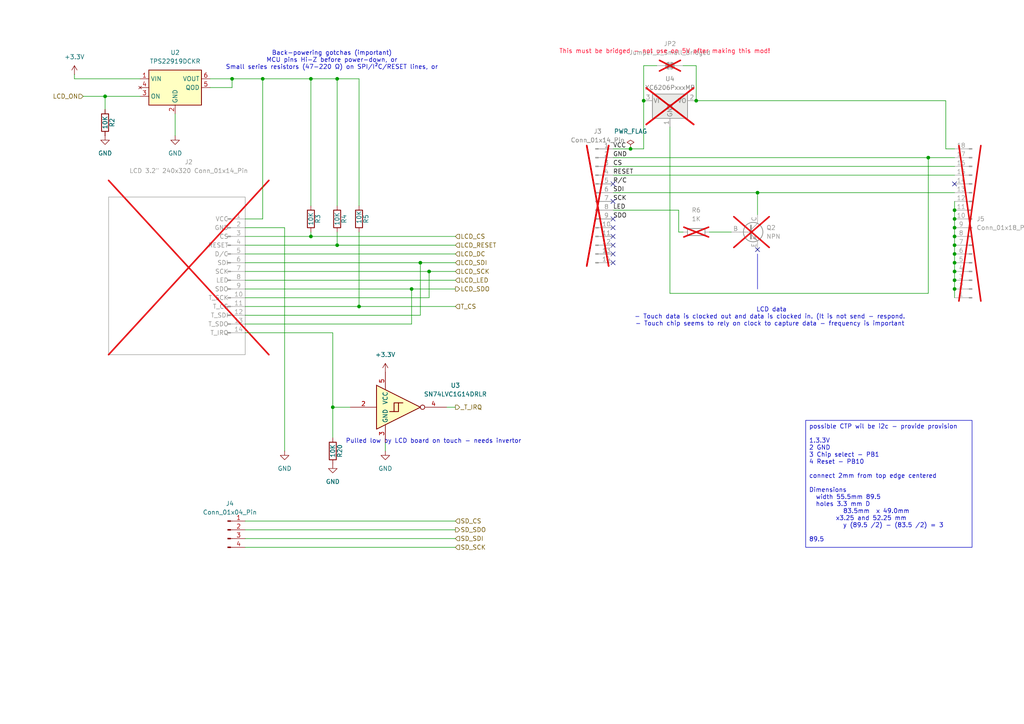
<source format=kicad_sch>
(kicad_sch (version 20250114) (generator "eeschema") (generator_version "9.0")
  (paper "A4")
  (lib_symbols
    (symbol "74xGxx:SN74LVC1G14DRL"
      (property "Reference" "U" (at 0 3.81 0))
      (property "Value" "SN74LVC1G14DRL" (at 0 -3.81 0))
      (symbol "SN74LVC1G14DRL_0_1"
        (polyline (pts (xy -7.62 6.35) (xy -7.62 -6.35) (xy 5.08 0) (xy -7.62 6.35)) (stroke (width 0.254)) (fill (type background)))
      )
      (symbol "SN74LVC1G14DRL_1_1"
        (polyline (pts (xy -3.81 -1.27) (xy -1.27 -1.27) (xy -1.27 1.27)) (stroke (width 0.254)))
        (polyline (pts (xy -2.54 -1.27) (xy -2.54 1.27) (xy 0 1.27)) (stroke (width 0.254)))
        (pin input line (at -15.24 0 0) (length 7.62) (name "~") (number "2"))
        (pin no_connect line (at -7.62 5.08 180) (length 5.08) (hide yes) (name "NC") (number "1"))
        (pin power_in line (at -5.08 10.16 270) (length 5.08) (name "VCC") (number "5"))
        (pin power_in line (at -5.08 -10.16 90) (length 5.08) (name "GND") (number "3"))
        (pin output inverted (at 12.7 0 180) (length 7.62) (name "~") (number "4"))
      )
    )
    (symbol "Connector:Conn_01x04_Pin" (pin_names (offset 1.016) (hide yes))
      (property "Reference" "J" (at 0 5.08 0))
      (property "Value" "Conn_01x04_Pin" (at 0 -7.62 0))
      (symbol "Conn_01x04_Pin_1_1"
        (rectangle (start 0.8636 2.667) (end 0 2.413) (stroke (width 0.1524)) (fill (type outline)))
        (rectangle (start 0.8636 0.127) (end 0 -0.127) (stroke (width 0.1524)) (fill (type outline)))
        (rectangle (start 0.8636 -2.413) (end 0 -2.667) (stroke (width 0.1524)) (fill (type outline)))
        (rectangle (start 0.8636 -4.953) (end 0 -5.207) (stroke (width 0.1524)) (fill (type outline)))
        (polyline (pts (xy 1.27 2.54) (xy 0.8636 2.54)) (stroke (width 0.1524)))
        (polyline (pts (xy 1.27 0) (xy 0.8636 0)) (stroke (width 0.1524)))
        (polyline (pts (xy 1.27 -2.54) (xy 0.8636 -2.54)) (stroke (width 0.1524)))
        (polyline (pts (xy 1.27 -5.08) (xy 0.8636 -5.08)) (stroke (width 0.1524)))
        (pin passive line (at 5.08 2.54 180) (length 3.81) (name "Pin_1") (number "1"))
        (pin passive line (at 5.08 0 180) (length 3.81) (name "Pin_2") (number "2"))
        (pin passive line (at 5.08 -2.54 180) (length 3.81) (name "Pin_3") (number "3"))
        (pin passive line (at 5.08 -5.08 180) (length 3.81) (name "Pin_4") (number "4"))
      )
    )
    (symbol "Connector:Conn_01x14_Pin" (pin_names (offset 1.016) (hide yes))
      (property "Reference" "J" (at 0 17.78 0))
      (property "Value" "Conn_01x14_Pin" (at 0 -20.32 0))
      (symbol "Conn_01x14_Pin_1_1"
        (rectangle (start 0.8636 15.367) (end 0 15.113) (stroke (width 0.1524)) (fill (type outline)))
        (rectangle (start 0.8636 12.827) (end 0 12.573) (stroke (width 0.1524)) (fill (type outline)))
        (rectangle (start 0.8636 10.287) (end 0 10.033) (stroke (width 0.1524)) (fill (type outline)))
        (rectangle (start 0.8636 7.747) (end 0 7.493) (stroke (width 0.1524)) (fill (type outline)))
        (rectangle (start 0.8636 5.207) (end 0 4.953) (stroke (width 0.1524)) (fill (type outline)))
        (rectangle (start 0.8636 2.667) (end 0 2.413) (stroke (width 0.1524)) (fill (type outline)))
        (rectangle (start 0.8636 0.127) (end 0 -0.127) (stroke (width 0.1524)) (fill (type outline)))
        (rectangle (start 0.8636 -2.413) (end 0 -2.667) (stroke (width 0.1524)) (fill (type outline)))
        (rectangle (start 0.8636 -4.953) (end 0 -5.207) (stroke (width 0.1524)) (fill (type outline)))
        (rectangle (start 0.8636 -7.493) (end 0 -7.747) (stroke (width 0.1524)) (fill (type outline)))
        (rectangle (start 0.8636 -10.033) (end 0 -10.287) (stroke (width 0.1524)) (fill (type outline)))
        (rectangle (start 0.8636 -12.573) (end 0 -12.827) (stroke (width 0.1524)) (fill (type outline)))
        (rectangle (start 0.8636 -15.113) (end 0 -15.367) (stroke (width 0.1524)) (fill (type outline)))
        (rectangle (start 0.8636 -17.653) (end 0 -17.907) (stroke (width 0.1524)) (fill (type outline)))
        (polyline (pts (xy 1.27 15.24) (xy 0.8636 15.24)) (stroke (width 0.1524)))
        (polyline (pts (xy 1.27 12.7) (xy 0.8636 12.7)) (stroke (width 0.1524)))
        (polyline (pts (xy 1.27 10.16) (xy 0.8636 10.16)) (stroke (width 0.1524)))
        (polyline (pts (xy 1.27 7.62) (xy 0.8636 7.62)) (stroke (width 0.1524)))
        (polyline (pts (xy 1.27 5.08) (xy 0.8636 5.08)) (stroke (width 0.1524)))
        (polyline (pts (xy 1.27 2.54) (xy 0.8636 2.54)) (stroke (width 0.1524)))
        (polyline (pts (xy 1.27 0) (xy 0.8636 0)) (stroke (width 0.1524)))
        (polyline (pts (xy 1.27 -2.54) (xy 0.8636 -2.54)) (stroke (width 0.1524)))
        (polyline (pts (xy 1.27 -5.08) (xy 0.8636 -5.08)) (stroke (width 0.1524)))
        (polyline (pts (xy 1.27 -7.62) (xy 0.8636 -7.62)) (stroke (width 0.1524)))
        (polyline (pts (xy 1.27 -10.16) (xy 0.8636 -10.16)) (stroke (width 0.1524)))
        (polyline (pts (xy 1.27 -12.7) (xy 0.8636 -12.7)) (stroke (width 0.1524)))
        (polyline (pts (xy 1.27 -15.24) (xy 0.8636 -15.24)) (stroke (width 0.1524)))
        (polyline (pts (xy 1.27 -17.78) (xy 0.8636 -17.78)) (stroke (width 0.1524)))
        (pin passive line (at 5.08 15.24 180) (length 3.81) (name "Pin_1") (number "1"))
        (pin passive line (at 5.08 12.7 180) (length 3.81) (name "Pin_2") (number "2"))
        (pin passive line (at 5.08 10.16 180) (length 3.81) (name "Pin_3") (number "3"))
        (pin passive line (at 5.08 7.62 180) (length 3.81) (name "Pin_4") (number "4"))
        (pin passive line (at 5.08 5.08 180) (length 3.81) (name "Pin_5") (number "5"))
        (pin passive line (at 5.08 2.54 180) (length 3.81) (name "Pin_6") (number "6"))
        (pin passive line (at 5.08 0 180) (length 3.81) (name "Pin_7") (number "7"))
        (pin passive line (at 5.08 -2.54 180) (length 3.81) (name "Pin_8") (number "8"))
        (pin passive line (at 5.08 -5.08 180) (length 3.81) (name "Pin_9") (number "9"))
        (pin passive line (at 5.08 -7.62 180) (length 3.81) (name "Pin_10") (number "10"))
        (pin passive line (at 5.08 -10.16 180) (length 3.81) (name "Pin_11") (number "11"))
        (pin passive line (at 5.08 -12.7 180) (length 3.81) (name "Pin_12") (number "12"))
        (pin passive line (at 5.08 -15.24 180) (length 3.81) (name "Pin_13") (number "13"))
        (pin passive line (at 5.08 -17.78 180) (length 3.81) (name "Pin_14") (number "14"))
      )
    )
    (symbol "Connector:Conn_01x18_Pin" (pin_names (offset 1.016) (hide yes))
      (property "Reference" "J" (at 0 22.86 0))
      (property "Value" "Conn_01x18_Pin" (at 0 -25.4 0))
      (symbol "Conn_01x18_Pin_1_1"
        (rectangle (start 0.8636 20.447) (end 0 20.193) (stroke (width 0.1524)) (fill (type outline)))
        (rectangle (start 0.8636 17.907) (end 0 17.653) (stroke (width 0.1524)) (fill (type outline)))
        (rectangle (start 0.8636 15.367) (end 0 15.113) (stroke (width 0.1524)) (fill (type outline)))
        (rectangle (start 0.8636 12.827) (end 0 12.573) (stroke (width 0.1524)) (fill (type outline)))
        (rectangle (start 0.8636 10.287) (end 0 10.033) (stroke (width 0.1524)) (fill (type outline)))
        (rectangle (start 0.8636 7.747) (end 0 7.493) (stroke (width 0.1524)) (fill (type outline)))
        (rectangle (start 0.8636 5.207) (end 0 4.953) (stroke (width 0.1524)) (fill (type outline)))
        (rectangle (start 0.8636 2.667) (end 0 2.413) (stroke (width 0.1524)) (fill (type outline)))
        (rectangle (start 0.8636 0.127) (end 0 -0.127) (stroke (width 0.1524)) (fill (type outline)))
        (rectangle (start 0.8636 -2.413) (end 0 -2.667) (stroke (width 0.1524)) (fill (type outline)))
        (rectangle (start 0.8636 -4.953) (end 0 -5.207) (stroke (width 0.1524)) (fill (type outline)))
        (rectangle (start 0.8636 -7.493) (end 0 -7.747) (stroke (width 0.1524)) (fill (type outline)))
        (rectangle (start 0.8636 -10.033) (end 0 -10.287) (stroke (width 0.1524)) (fill (type outline)))
        (rectangle (start 0.8636 -12.573) (end 0 -12.827) (stroke (width 0.1524)) (fill (type outline)))
        (rectangle (start 0.8636 -15.113) (end 0 -15.367) (stroke (width 0.1524)) (fill (type outline)))
        (rectangle (start 0.8636 -17.653) (end 0 -17.907) (stroke (width 0.1524)) (fill (type outline)))
        (rectangle (start 0.8636 -20.193) (end 0 -20.447) (stroke (width 0.1524)) (fill (type outline)))
        (rectangle (start 0.8636 -22.733) (end 0 -22.987) (stroke (width 0.1524)) (fill (type outline)))
        (polyline (pts (xy 1.27 20.32) (xy 0.8636 20.32)) (stroke (width 0.1524)))
        (polyline (pts (xy 1.27 17.78) (xy 0.8636 17.78)) (stroke (width 0.1524)))
        (polyline (pts (xy 1.27 15.24) (xy 0.8636 15.24)) (stroke (width 0.1524)))
        (polyline (pts (xy 1.27 12.7) (xy 0.8636 12.7)) (stroke (width 0.1524)))
        (polyline (pts (xy 1.27 10.16) (xy 0.8636 10.16)) (stroke (width 0.1524)))
        (polyline (pts (xy 1.27 7.62) (xy 0.8636 7.62)) (stroke (width 0.1524)))
        (polyline (pts (xy 1.27 5.08) (xy 0.8636 5.08)) (stroke (width 0.1524)))
        (polyline (pts (xy 1.27 2.54) (xy 0.8636 2.54)) (stroke (width 0.1524)))
        (polyline (pts (xy 1.27 0) (xy 0.8636 0)) (stroke (width 0.1524)))
        (polyline (pts (xy 1.27 -2.54) (xy 0.8636 -2.54)) (stroke (width 0.1524)))
        (polyline (pts (xy 1.27 -5.08) (xy 0.8636 -5.08)) (stroke (width 0.1524)))
        (polyline (pts (xy 1.27 -7.62) (xy 0.8636 -7.62)) (stroke (width 0.1524)))
        (polyline (pts (xy 1.27 -10.16) (xy 0.8636 -10.16)) (stroke (width 0.1524)))
        (polyline (pts (xy 1.27 -12.7) (xy 0.8636 -12.7)) (stroke (width 0.1524)))
        (polyline (pts (xy 1.27 -15.24) (xy 0.8636 -15.24)) (stroke (width 0.1524)))
        (polyline (pts (xy 1.27 -17.78) (xy 0.8636 -17.78)) (stroke (width 0.1524)))
        (polyline (pts (xy 1.27 -20.32) (xy 0.8636 -20.32)) (stroke (width 0.1524)))
        (polyline (pts (xy 1.27 -22.86) (xy 0.8636 -22.86)) (stroke (width 0.1524)))
        (pin passive line (at 5.08 20.32 180) (length 3.81) (name "Pin_1") (number "1"))
        (pin passive line (at 5.08 17.78 180) (length 3.81) (name "Pin_2") (number "2"))
        (pin passive line (at 5.08 15.24 180) (length 3.81) (name "Pin_3") (number "3"))
        (pin passive line (at 5.08 12.7 180) (length 3.81) (name "Pin_4") (number "4"))
        (pin passive line (at 5.08 10.16 180) (length 3.81) (name "Pin_5") (number "5"))
        (pin passive line (at 5.08 7.62 180) (length 3.81) (name "Pin_6") (number "6"))
        (pin passive line (at 5.08 5.08 180) (length 3.81) (name "Pin_7") (number "7"))
        (pin passive line (at 5.08 2.54 180) (length 3.81) (name "Pin_8") (number "8"))
        (pin passive line (at 5.08 0 180) (length 3.81) (name "Pin_9") (number "9"))
        (pin passive line (at 5.08 -2.54 180) (length 3.81) (name "Pin_10") (number "10"))
        (pin passive line (at 5.08 -5.08 180) (length 3.81) (name "Pin_11") (number "11"))
        (pin passive line (at 5.08 -7.62 180) (length 3.81) (name "Pin_12") (number "12"))
        (pin passive line (at 5.08 -10.16 180) (length 3.81) (name "Pin_13") (number "13"))
        (pin passive line (at 5.08 -12.7 180) (length 3.81) (name "Pin_14") (number "14"))
        (pin passive line (at 5.08 -15.24 180) (length 3.81) (name "Pin_15") (number "15"))
        (pin passive line (at 5.08 -17.78 180) (length 3.81) (name "Pin_16") (number "16"))
        (pin passive line (at 5.08 -20.32 180) (length 3.81) (name "Pin_17") (number "17"))
        (pin passive line (at 5.08 -22.86 180) (length 3.81) (name "Pin_18") (number "18"))
      )
    )
    (symbol "Jumper:SolderJumper_2_Bridged" (pin_numbers (hide yes)) (pin_names (offset 0) (hide yes)) (in_bom no)
      (property "Reference" "JP" (at 0 2.032 0))
      (property "Value" "SolderJumper_2_Bridged" (at 0 -2.54 0))
      (symbol "SolderJumper_2_Bridged_0_1"
        (rectangle (start -0.508 0.508) (end 0.508 -0.508) (fill (type outline)))
        (polyline (pts (xy -0.254 1.016) (xy -0.254 -1.016)))
        (arc (start -0.254 -1.016) (mid -1.2656 0) (end -0.254 1.016))
        (arc (start -0.254 -1.016) (mid -1.2656 0) (end -0.254 1.016) (fill (type outline)))
        (arc (start 0.254 1.016) (mid 1.2656 0) (end 0.254 -1.016))
        (arc (start 0.254 1.016) (mid 1.2656 0) (end 0.254 -1.016) (fill (type outline)))
        (polyline (pts (xy 0.254 1.016) (xy 0.254 -1.016)))
      )
      (symbol "SolderJumper_2_Bridged_1_1"
        (pin passive line (at -3.81 0 0) (length 2.54) (name "A") (number "1"))
        (pin passive line (at 3.81 0 180) (length 2.54) (name "B") (number "2"))
      )
    )
    (symbol "Regulator_Linear:XC6206PxxxMR" (pin_names (offset 0.254))
      (property "Reference" "U" (at -3.81 3.175 0))
      (property "Value" "XC6206PxxxMR" (at 0 3.175 0))
      (symbol "XC6206PxxxMR_0_1"
        (rectangle (start -5.08 1.905) (end 5.08 -5.08) (stroke (width 0.254)) (fill (type background)))
      )
      (symbol "XC6206PxxxMR_1_1"
        (pin power_in line (at -7.62 0 0) (length 2.54) (name "VI") (number "3"))
        (pin power_in line (at 0 -7.62 90) (length 2.54) (name "GND") (number "1"))
        (pin power_out line (at 7.62 0 180) (length 2.54) (name "VO") (number "2"))
      )
    )
    (symbol "Simulation_SPICE:NPN" (pin_numbers (hide yes)) (pin_names (offset 0))
      (property "Reference" "Q" (at -2.54 7.62 0))
      (property "Value" "NPN" (at -2.54 5.08 0))
      (symbol "NPN_0_1"
        (polyline (pts (xy -2.54 0) (xy 0.635 0)) (stroke (width 0.1524)))
        (polyline (pts (xy 0.635 1.905) (xy 0.635 -1.905) (xy 0.635 -1.905)) (stroke (width 0.508)))
        (polyline (pts (xy 0.635 0.635) (xy 2.54 2.54)))
        (polyline (pts (xy 0.635 -0.635) (xy 2.54 -2.54) (xy 2.54 -2.54)))
        (circle (center 1.27 0) (radius 2.8194) (stroke (width 0.254)))
        (polyline (pts (xy 1.27 -1.778) (xy 1.778 -1.27) (xy 2.286 -2.286) (xy 1.27 -1.778) (xy 1.27 -1.778)) (fill (type outline)))
        (polyline (pts (xy 2.794 -1.27) (xy 2.794 -1.27)) (stroke (width 0.1524)))
        (polyline (pts (xy 2.794 -1.27) (xy 2.794 -1.27)) (stroke (width 0.1524)))
      )
      (symbol "NPN_1_1"
        (pin input line (at -5.08 0 0) (length 2.54) (name "B") (number "2"))
        (pin open_collector line (at 2.54 5.08 270) (length 2.54) (name "C") (number "1"))
        (pin open_emitter line (at 2.54 -5.08 90) (length 2.54) (name "E") (number "3"))
      )
    )
    (symbol "dnt_global:LCD_3.2{dblquote}_240x320_Conn_01x14_Pin" (pin_names (offset 1.016))
      (property "Reference" "J2" (at 0.635 20.32 0))
      (property "Value" "LCD 3.2\" 240x320 Conn_01x14_Pin" (at 0.635 17.78 0))
      (symbol "LCD_3.2{dblquote}_240x320_Conn_01x14_Pin_0_1"
        (rectangle (start -34.544 21.59) (end 5.08 -24.13))
        (rectangle (start 11.938 26.416) (end 11.938 26.416))
        (rectangle (start 11.938 26.416) (end 11.938 26.416))
      )
      (symbol "LCD_3.2{dblquote}_240x320_Conn_01x14_Pin_1_1"
        (rectangle (start 0.8636 15.367) (end 0 15.113) (stroke (width 0.1524)) (fill (type outline)))
        (rectangle (start 0.8636 12.827) (end 0 12.573) (stroke (width 0.1524)) (fill (type outline)))
        (rectangle (start 0.8636 10.287) (end 0 10.033) (stroke (width 0.1524)) (fill (type outline)))
        (rectangle (start 0.8636 7.747) (end 0 7.493) (stroke (width 0.1524)) (fill (type outline)))
        (rectangle (start 0.8636 5.207) (end 0 4.953) (stroke (width 0.1524)) (fill (type outline)))
        (rectangle (start 0.8636 2.667) (end 0 2.413) (stroke (width 0.1524)) (fill (type outline)))
        (rectangle (start 0.8636 0.127) (end 0 -0.127) (stroke (width 0.1524)) (fill (type outline)))
        (rectangle (start 0.8636 -2.413) (end 0 -2.667) (stroke (width 0.1524)) (fill (type outline)))
        (rectangle (start 0.8636 -4.953) (end 0 -5.207) (stroke (width 0.1524)) (fill (type outline)))
        (rectangle (start 0.8636 -7.493) (end 0 -7.747) (stroke (width 0.1524)) (fill (type outline)))
        (rectangle (start 0.8636 -10.033) (end 0 -10.287) (stroke (width 0.1524)) (fill (type outline)))
        (rectangle (start 0.8636 -12.573) (end 0 -12.827) (stroke (width 0.1524)) (fill (type outline)))
        (rectangle (start 0.8636 -15.113) (end 0 -15.367) (stroke (width 0.1524)) (fill (type outline)))
        (rectangle (start 0.8636 -17.653) (end 0 -17.907) (stroke (width 0.1524)) (fill (type outline)))
        (polyline (pts (xy 1.27 15.24) (xy 0.8636 15.24)) (stroke (width 0.1524)))
        (polyline (pts (xy 1.27 12.7) (xy 0.8636 12.7)) (stroke (width 0.1524)))
        (polyline (pts (xy 1.27 10.16) (xy 0.8636 10.16)) (stroke (width 0.1524)))
        (polyline (pts (xy 1.27 7.62) (xy 0.8636 7.62)) (stroke (width 0.1524)))
        (polyline (pts (xy 1.27 5.08) (xy 0.8636 5.08)) (stroke (width 0.1524)))
        (polyline (pts (xy 1.27 2.54) (xy 0.8636 2.54)) (stroke (width 0.1524)))
        (polyline (pts (xy 1.27 0) (xy 0.8636 0)) (stroke (width 0.1524)))
        (polyline (pts (xy 1.27 -2.54) (xy 0.8636 -2.54)) (stroke (width 0.1524)))
        (polyline (pts (xy 1.27 -5.08) (xy 0.8636 -5.08)) (stroke (width 0.1524)))
        (polyline (pts (xy 1.27 -7.62) (xy 0.8636 -7.62)) (stroke (width 0.1524)))
        (polyline (pts (xy 1.27 -10.16) (xy 0.8636 -10.16)) (stroke (width 0.1524)))
        (polyline (pts (xy 1.27 -12.7) (xy 0.8636 -12.7)) (stroke (width 0.1524)))
        (polyline (pts (xy 1.27 -15.24) (xy 0.8636 -15.24)) (stroke (width 0.1524)))
        (polyline (pts (xy 1.27 -17.78) (xy 0.8636 -17.78)) (stroke (width 0.1524)))
        (pin power_in line (at 5.08 15.24 180) (length 3.81) (name "VCC") (number "1"))
        (pin power_in line (at 5.08 12.7 180) (length 3.81) (name "GND") (number "2"))
        (pin input line (at 5.08 10.16 180) (length 3.81) (name "CS") (number "3"))
        (pin input line (at 5.08 7.62 180) (length 3.81) (name "RESET") (number "4"))
        (pin input line (at 5.08 5.08 180) (length 3.81) (name "D/C") (number "5"))
        (pin input line (at 5.08 2.54 180) (length 3.81) (name "SDI") (number "6"))
        (pin input line (at 5.08 0 180) (length 3.81) (name "SCK") (number "7"))
        (pin input line (at 5.08 -2.54 180) (length 3.81) (name "LED") (number "8"))
        (pin tri_state line (at 5.08 -5.08 180) (length 3.81) (name "SDO") (number "9"))
        (pin input line (at 5.08 -7.62 180) (length 3.81) (name "T_SCK") (number "10"))
        (pin input line (at 5.08 -10.16 180) (length 3.81) (name "T_CS") (number "11"))
        (pin input line (at 5.08 -12.7 180) (length 3.81) (name "T_SDI") (number "12"))
        (pin tri_state line (at 5.08 -15.24 180) (length 3.81) (name "T_SDO") (number "13"))
        (pin output line (at 5.08 -17.78 180) (length 3.81) (name "T_IRQ") (number "14"))
      )
    )
    (symbol "dnt_global:Resistor_0402,10kΩ" (pin_numbers (hide yes)) (pin_names (offset 0))
      (property "Reference" "R" (at 1.778 0 0))
      (property "Value" "10kΩ" (at 0 0 90))
      (symbol "Resistor_0402,10kΩ_0_1"
        (rectangle (start -1.016 2.54) (end 1.016 -2.54) (stroke (width 0.254)))
      )
      (symbol "Resistor_0402,10kΩ_1_1"
        (pin passive line (at 0 3.81 270) (length 1.27) (name "~") (number "1"))
        (pin passive line (at 0 -3.81 90) (length 1.27) (name "~") (number "2"))
      )
    )
    (symbol "dnt_global:TPS22919DCKR"
      (property "Reference" "U" (at -6.35 6.35 0))
      (property "Value" "TPS22919DCKR" (at 2.54 6.35 0))
      (symbol "TPS22919DCKR_0_1"
        (rectangle (start -7.62 5.08) (end 7.62 -5.08) (stroke (width 0.254)) (fill (type background)))
      )
      (symbol "TPS22919DCKR_1_1"
        (pin power_in line (at -10.16 2.54 0) (length 2.54) (name "VIN") (number "1"))
        (pin no_connect line (at -10.16 0 0) (length 2.54) (name "") (number "4"))
        (pin input line (at -10.16 -2.54 0) (length 2.54) (name "ON") (number "3"))
        (pin power_in line (at 0 -7.62 90) (length 2.54) (name "GND") (number "2"))
        (pin power_out line (at 10.16 2.54 180) (length 2.54) (name "VOUT") (number "6"))
        (pin passive line (at 10.16 0 180) (length 2.54) (name "QOD") (number "5"))
      )
    )
    (symbol "power:+3.3V" (power) (pin_numbers (hide yes)) (pin_names (offset 0) (hide yes))
      (property "Value" "+3.3V" (at 0 3.556 0))
      (symbol "+3.3V_0_1"
        (polyline (pts (xy -0.762 1.27) (xy 0 2.54)))
        (polyline (pts (xy 0 2.54) (xy 0.762 1.27)))
        (polyline (pts (xy 0 0) (xy 0 2.54)))
      )
      (symbol "+3.3V_1_1"
        (pin power_in line (at 0 0 90) (length 0) (name "~") (number "1"))
      )
    )
    (symbol "power:GND" (power) (pin_numbers (hide yes)) (pin_names (offset 0) (hide yes))
      (property "Value" "GND" (at 0 -3.81 0))
      (symbol "GND_0_1"
        (polyline (pts (xy 0 0) (xy 0 -1.27) (xy 1.27 -1.27) (xy 0 -2.54) (xy -1.27 -1.27) (xy 0 -1.27)))
      )
      (symbol "GND_1_1"
        (pin power_in line (at 0 0 270) (length 0) (name "~") (number "1"))
      )
    )
    (symbol "power:PWR_FLAG" (power) (pin_numbers (hide yes)) (pin_names (offset 0) (hide yes))
      (property "Value" "PWR_FLAG" (at 0 3.81 0))
      (symbol "PWR_FLAG_0_0"
        (pin power_out line (at 0 0 90) (length 0) (name "~") (number "1"))
      )
      (symbol "PWR_FLAG_0_1"
        (polyline (pts (xy 0 0) (xy 0 1.27) (xy -1.016 1.905) (xy 0 2.54) (xy 1.016 1.905) (xy 0 1.27)))
      )
    )
  )
  (text "Back-powering gotchas (important)\nMCU pins Hi-Z before power-down, or\nSmall series resistors (47-220 Ω) on SPI/I²C/RESET lines, or\n" (at 96.266 17.526 0) (effects (font (size 1.27 1.27))))
  (text "Pulled low by LCD board on touch - needs invertor " (at 126.238 128.016 0) (effects (font (size 1.27 1.27))))
  (text "LCD data\n- Touch data is clocked out and data is clocked in. (It is not send - respond. \n- Touch chip seems to rely on clock to capture data - frequency is important " (at 223.774 91.948 0) (effects (font (size 1.27 1.27))))
  (text "This must be bridged - not use on 5V after making this mod!" (at 192.786 14.986 0) (effects (font (size 1.27 1.27))))
  (text_box "possible CTP wil be i2c - provide provision\n\n1.3.3V\n2 GND \n3 Chip select - PB1\n4 Reset - PB10\n\nconnect 2mm from top edge centered \n\nDimensions \n  width 55.5mm 89.5 \n  holes 3.3 mm D  \n  		83.5mm  x 49.0mm\n        x3.25 and 52.25 mm\n		y (89.5 /2) - (83.5 /2) = 3 \n\n89.5\n" (at 233.68 121.92 0) (size 48.26 36.83) (margins 0.9525 0.9525 0.9525 0.9525) (effects (font (size 1.27 1.27)) (justify left top)))
  (junction (at 276.86 76.2))
  (junction (at 276.86 78.74))
  (junction (at 96.52 118.11))
  (junction (at 276.86 83.82))
  (junction (at 276.86 60.96))
  (junction (at 186.69 29.21))
  (junction (at 121.92 76.2))
  (junction (at 276.86 81.28))
  (junction (at 276.86 73.66))
  (junction (at 30.48 27.94))
  (junction (at 97.79 22.86))
  (junction (at 269.24 45.72))
  (junction (at 219.71 55.88))
  (junction (at 76.2 22.86))
  (junction (at 67.31 22.86))
  (junction (at 104.14 88.9))
  (junction (at 182.88 43.18))
  (junction (at 97.79 71.12))
  (junction (at 90.17 22.86))
  (junction (at 119.38 83.82))
  (junction (at 276.86 68.58))
  (junction (at 124.46 78.74))
  (junction (at 276.86 66.04))
  (junction (at 276.86 71.12))
  (junction (at 276.86 63.5))
  (junction (at 90.17 68.58))
  (junction (at 201.93 29.21))
  (no_connect (at 177.8 63.5))
  (no_connect (at 219.71 72.39))
  (no_connect (at 177.8 68.58))
  (no_connect (at 177.8 53.34))
  (no_connect (at 276.86 53.34))
  (no_connect (at 177.8 73.66))
  (no_connect (at 177.8 66.04))
  (no_connect (at 177.8 76.2))
  (no_connect (at 177.8 71.12))
  (no_connect (at 177.8 58.42))
  (wire (pts (xy 50.8 39.37) (xy 50.8 33.02)))
  (wire (pts (xy 90.17 67.31) (xy 90.17 68.58)))
  (wire (pts (xy 71.12 78.74) (xy 124.46 78.74)))
  (wire (pts (xy 186.69 29.21) (xy 186.69 43.18)))
  (wire (pts (xy 177.8 43.18) (xy 182.88 43.18)))
  (wire (pts (xy 67.31 25.4) (xy 67.31 22.86)))
  (wire (pts (xy 71.12 158.75) (xy 132.08 158.75)))
  (wire (pts (xy 71.12 63.5) (xy 76.2 63.5)))
  (wire (pts (xy 177.8 50.8) (xy 276.86 50.8)))
  (wire (pts (xy 90.17 59.69) (xy 90.17 22.86)))
  (wire (pts (xy 219.71 55.88) (xy 276.86 55.88)))
  (wire (pts (xy 274.32 43.18) (xy 276.86 43.18)))
  (wire (pts (xy 71.12 68.58) (xy 90.17 68.58)))
  (wire (pts (xy 90.17 22.86) (xy 97.79 22.86)))
  (wire (pts (xy 101.6 118.11) (xy 96.52 118.11)))
  (wire (pts (xy 276.86 58.42) (xy 276.86 60.96)))
  (wire (pts (xy 71.12 88.9) (xy 104.14 88.9)))
  (wire (pts (xy 276.86 76.2) (xy 276.86 78.74)))
  (wire (pts (xy 40.64 22.86) (xy 21.59 22.86)))
  (wire (pts (xy 71.12 156.21) (xy 132.08 156.21)))
  (wire (pts (xy 71.12 76.2) (xy 121.92 76.2)))
  (wire (pts (xy 177.8 55.88) (xy 219.71 55.88)))
  (wire (pts (xy 124.46 78.74) (xy 132.08 78.74)))
  (wire (pts (xy 276.86 78.74) (xy 276.86 81.28)))
  (wire (pts (xy 90.17 68.58) (xy 132.08 68.58)))
  (wire (pts (xy 194.31 85.09) (xy 269.24 85.09)))
  (wire (pts (xy 96.52 96.52) (xy 96.52 118.11)))
  (wire (pts (xy 276.86 68.58) (xy 276.86 71.12)))
  (wire (pts (xy 124.46 86.36) (xy 124.46 78.74)))
  (wire (pts (xy 67.31 22.86) (xy 76.2 22.86)))
  (wire (pts (xy 97.79 67.31) (xy 97.79 71.12)))
  (wire (pts (xy 104.14 67.31) (xy 104.14 88.9)))
  (wire (pts (xy 71.12 83.82) (xy 119.38 83.82)))
  (wire (pts (xy 205.74 67.31) (xy 212.09 67.31)))
  (wire (pts (xy 96.52 96.52) (xy 71.12 96.52)))
  (wire (pts (xy 177.8 45.72) (xy 269.24 45.72)))
  (wire (pts (xy 60.96 25.4) (xy 67.31 25.4)))
  (wire (pts (xy 71.12 153.67) (xy 132.08 153.67)))
  (wire (pts (xy 71.12 73.66) (xy 132.08 73.66)))
  (wire (pts (xy 196.85 60.96) (xy 177.8 60.96)))
  (wire (pts (xy 269.24 45.72) (xy 276.86 45.72)))
  (wire (pts (xy 71.12 91.44) (xy 121.92 91.44)))
  (wire (pts (xy 71.12 93.98) (xy 119.38 93.98)))
  (wire (pts (xy 24.13 27.94) (xy 30.48 27.94)))
  (wire (pts (xy 276.86 83.82) (xy 276.86 86.36)))
  (wire (pts (xy 71.12 66.04) (xy 82.55 66.04)))
  (wire (pts (xy 177.8 48.26) (xy 276.86 48.26)))
  (wire (pts (xy 111.76 130.81) (xy 111.76 128.27)))
  (wire (pts (xy 60.96 22.86) (xy 67.31 22.86)))
  (wire (pts (xy 96.52 118.11) (xy 96.52 127)))
  (wire (pts (xy 201.93 29.21) (xy 274.32 29.21)))
  (wire (pts (xy 97.79 22.86) (xy 97.79 59.69)))
  (wire (pts (xy 276.86 71.12) (xy 276.86 73.66)))
  (wire (pts (xy 276.86 66.04) (xy 276.86 68.58)))
  (wire (pts (xy 196.85 67.31) (xy 196.85 60.96)))
  (wire (pts (xy 76.2 22.86) (xy 76.2 63.5)))
  (wire (pts (xy 104.14 88.9) (xy 132.08 88.9)))
  (wire (pts (xy 276.86 63.5) (xy 276.86 66.04)))
  (wire (pts (xy 201.93 19.05) (xy 201.93 29.21)))
  (wire (pts (xy 71.12 81.28) (xy 132.08 81.28)))
  (wire (pts (xy 76.2 22.86) (xy 90.17 22.86)))
  (wire (pts (xy 186.69 19.05) (xy 186.69 29.21)))
  (wire (pts (xy 276.86 81.28) (xy 276.86 83.82)))
  (wire (pts (xy 121.92 76.2) (xy 121.92 91.44)))
  (wire (pts (xy 71.12 71.12) (xy 97.79 71.12)))
  (polyline (pts (xy 219.71 73.66) (xy 219.71 83.82)))
  (wire (pts (xy 198.12 19.05) (xy 201.93 19.05)))
  (wire (pts (xy 182.88 43.18) (xy 186.69 43.18)))
  (wire (pts (xy 119.38 83.82) (xy 119.38 93.98)))
  (wire (pts (xy 276.86 73.66) (xy 276.86 76.2)))
  (wire (pts (xy 104.14 59.69) (xy 104.14 22.86)))
  (wire (pts (xy 104.14 22.86) (xy 97.79 22.86)))
  (wire (pts (xy 71.12 151.13) (xy 132.08 151.13)))
  (wire (pts (xy 97.79 71.12) (xy 132.08 71.12)))
  (wire (pts (xy 30.48 27.94) (xy 40.64 27.94)))
  (wire (pts (xy 21.59 21.59) (xy 21.59 22.86)))
  (wire (pts (xy 219.71 62.23) (xy 219.71 55.88)))
  (wire (pts (xy 274.32 29.21) (xy 274.32 43.18)))
  (wire (pts (xy 269.24 45.72) (xy 269.24 85.09)))
  (wire (pts (xy 194.31 36.83) (xy 194.31 85.09)))
  (wire (pts (xy 276.86 60.96) (xy 276.86 63.5)))
  (wire (pts (xy 186.69 19.05) (xy 190.5 19.05)))
  (wire (pts (xy 121.92 76.2) (xy 132.08 76.2)))
  (wire (pts (xy 129.54 118.11) (xy 132.08 118.11)))
  (wire (pts (xy 82.55 130.81) (xy 82.55 66.04)))
  (wire (pts (xy 196.85 67.31) (xy 198.12 67.31)))
  (wire (pts (xy 119.38 83.82) (xy 132.08 83.82)))
  (wire (pts (xy 30.48 31.75) (xy 30.48 27.94)))
  (wire (pts (xy 71.12 86.36) (xy 124.46 86.36)))
  (label "SDI" (at 177.8 55.88 0))
  (label "SCK" (at 177.8 58.42 0))
  (label "GND" (at 177.8 45.72 0))
  (label "R{slash}C" (at 177.8 53.34 0))
  (label "RESET" (at 177.8 50.8 0))
  (label "SDO" (at 177.8 63.5 0))
  (label "LED" (at 177.8 60.96 0))
  (label "VCC" (at 177.8 43.18 0))
  (label "CS" (at 177.8 48.26 0))
  (hierarchical_label "LCD_SDI" (shape input) (at 132.08 76.2 0))
  (hierarchical_label "LCD_LED" (shape input) (at 132.08 81.28 0))
  (hierarchical_label "T_CS" (shape input) (at 132.08 88.9 0))
  (hierarchical_label "LCD_ON" (shape input) (at 24.13 27.94 180))
  (hierarchical_label "_T_IRQ" (shape output) (at 132.08 118.11 0))
  (hierarchical_label "LCD_DC" (shape input) (at 132.08 73.66 0))
  (hierarchical_label "LCD_SDO" (shape output) (at 132.08 83.82 0))
  (hierarchical_label "SD_SDI" (shape input) (at 132.08 156.21 0))
  (hierarchical_label "LCD_SCK" (shape input) (at 132.08 78.74 0))
  (hierarchical_label "SD_SDO" (shape output) (at 132.08 153.67 0))
  (hierarchical_label "LCD_RESET" (shape input) (at 132.08 71.12 0))
  (hierarchical_label "SD_SCK" (shape input) (at 132.08 158.75 0))
  (hierarchical_label "SD_CS" (shape input) (at 132.08 151.13 0))
  (hierarchical_label "LCD_CS" (shape input) (at 132.08 68.58 0))
  (symbol (lib_id "Connector:Conn_01x18_Pin") (at 281.94 66.04 180) (unit 1) (in_bom no) (on_board no) (dnp yes)
    (property "Reference" "J5" (at 283.21 63.4999 0) (effects (justify right)))
    (property "Value" "Conn_01x18_Pin" (at 283.21 66.0399 0) (effects (justify right)))
    (property "Footprint" "Connector_PinHeader_2.54mm:PinHeader_1x18_P2.54mm_Vertical" (effects (hide yes)))
    (property "Description" "Generic connector, single row, 01x18, script generated" (effects (hide yes)))
  )
  (symbol (lib_id "power:GND") (at 111.76 130.81 0) (unit 1)
    (property "Reference" "#PWR06" (effects (hide yes)))
    (property "Value" "GND" (at 111.76 135.89 0))
    (property "Description" "Power symbol creates a global label with name \"GND\" , ground" (effects (hide yes)))
  )
  (symbol (lib_id "Connector:Conn_01x14_Pin") (at 172.72 58.42 0) (unit 1) (exclude_from_sim yes) (in_bom no) (on_board no) (dnp yes)
    (property "Reference" "J3" (at 173.355 38.1 0))
    (property "Value" "Conn_01x14_Pin" (at 173.355 40.64 0))
    (property "Footprint" "Connector_PinHeader_2.54mm:PinHeader_1x14_P2.54mm_Vertical" (effects (hide yes)))
    (property "Description" "Generic connector, single row, 01x14, script generated" (effects (hide yes)))
  )
  (symbol (lib_id "dnt_global:Resistor_0402,10kΩ") (at 104.14 63.5 0) (mirror x) (unit 1)
    (property "Reference" "R5" (at 106.172 63.5 90))
    (property "Value" "10K" (at 104.14 62.992 90))
    (property "Footprint" "PCM_JLCPCB:R_0402" (effects (hide yes)))
    (property "Datasheet" "https://www.lcsc.com/datasheet/lcsc_datasheet_2411221126_UNI-ROYAL-Uniroyal-Elec-0402WGF1002TCE_C25744.pdf" (effects (hide yes)))
    (property "Description" "62.5mW Thick Film Resistors 50V ±100ppm/°C ±1% 10kΩ 0402 Chip Resistor - Surface Mount ROHS" (effects (hide yes)))
    (property "Manufacturer" "UNI-ROYAL(Uniroyal Elec)" (effects (hide yes)))
    (property "LCSC" "C25744" (effects (hide yes)))
    (property "Stock" "24372091" (effects (hide yes)))
    (property "Price" "0.004USD" (effects (hide yes)))
    (property "Process" "SMT" (effects (hide yes)))
    (property "Minimum Qty" "20" (effects (hide yes)))
    (property "Attrition Qty" "10" (effects (hide yes)))
    (property "Class" "Basic Component" (effects (hide yes)))
    (property "Category" "Resistors,Chip Resistor - Surface Mount" (effects (hide yes)))
    (property "Part" "0402WGF1002TCE" (effects (hide yes)))
    (property "Resistance" "10kΩ" (effects (hide yes)))
    (property "Power(Watts)" "62.5mW" (effects (hide yes)))
    (property "Type" "Thick Film Resistors" (effects (hide yes)))
    (property "Overload Voltage (Max)" "50V" (effects (hide yes)))
    (property "Operating Temperature Range" "-55°C~+155°C" (effects (hide yes)))
    (property "Tolerance" "±1%" (effects (hide yes)))
    (property "Temperature Coefficient" "±100ppm/°C" (effects (hide yes)))
  )
  (symbol (lib_id "dnt_global:Resistor_0402,10kΩ") (at 96.52 130.81 0) (mirror x) (unit 1)
    (property "Reference" "R20" (at 98.552 130.81 90))
    (property "Value" "10K" (at 96.52 130.81 90))
    (property "Footprint" "PCM_JLCPCB:R_0402" (effects (hide yes)))
    (property "Datasheet" "https://www.lcsc.com/datasheet/lcsc_datasheet_2411221126_UNI-ROYAL-Uniroyal-Elec-0402WGF1002TCE_C25744.pdf" (effects (hide yes)))
    (property "Description" "62.5mW Thick Film Resistors 50V ±100ppm/°C ±1% 10kΩ 0402 Chip Resistor - Surface Mount ROHS" (effects (hide yes)))
    (property "Manufacturer" "UNI-ROYAL(Uniroyal Elec)" (effects (hide yes)))
    (property "LCSC" "C25744" (effects (hide yes)))
    (property "Stock" "24372091" (effects (hide yes)))
    (property "Price" "0.004USD" (effects (hide yes)))
    (property "Process" "SMT" (effects (hide yes)))
    (property "Minimum Qty" "20" (effects (hide yes)))
    (property "Attrition Qty" "10" (effects (hide yes)))
    (property "Class" "Basic Component" (effects (hide yes)))
    (property "Category" "Resistors,Chip Resistor - Surface Mount" (effects (hide yes)))
    (property "Part" "0402WGF1002TCE" (effects (hide yes)))
    (property "Resistance" "10kΩ" (effects (hide yes)))
    (property "Power(Watts)" "62.5mW" (effects (hide yes)))
    (property "Type" "Thick Film Resistors" (effects (hide yes)))
    (property "Overload Voltage (Max)" "50V" (effects (hide yes)))
    (property "Operating Temperature Range" "-55°C~+155°C" (effects (hide yes)))
    (property "Tolerance" "±1%" (effects (hide yes)))
    (property "Temperature Coefficient" "±100ppm/°C" (effects (hide yes)))
  )
  (symbol (lib_id "Regulator_Linear:XC6206PxxxMR") (at 194.31 29.21 0) (unit 1) (in_bom no) (on_board no) (dnp yes)
    (property "Reference" "U4" (at 194.31 22.86 0))
    (property "Value" "XC6206PxxxMR" (at 194.31 25.4 0))
    (property "Footprint" "Package_TO_SOT_SMD:SOT-23-3" (effects (hide yes)))
    (property "Datasheet" "https://www.torexsemi.com/file/xc6206/XC6206.pdf" (effects (hide yes)))
    (property "Description" "Positive 60-250mA Low Dropout Regulator, Fixed Output, SOT-23" (effects (hide yes)))
  )
  (symbol (lib_id "dnt_global:TPS22919DCKR") (at 50.8 25.4 0) (unit 1)
    (property "Reference" "U2" (at 50.8 15.24 0))
    (property "Value" "TPS22919DCKR" (at 50.8 17.78 0))
    (property "Footprint" "dnt:SOT-363_SC-70-6" (effects (hide yes)))
    (property "Datasheet" "https://www.ti.com/lit/gpn/tps22919" (effects (hide yes)))
    (property "Description" "1.5A 1.6V~5.5V 89mΩ Active High Load Switch Short-Circuit Protection(SCP) SC-70-6 Power Distribution Switches ROHS" (effects (hide yes)))
    (property "LCSC" "C2149796" (effects (hide yes)))
  )
  (symbol (lib_id "power:+3.3V") (at 21.59 21.59 0) (unit 1)
    (property "Reference" "#PWR02" (effects (hide yes)))
    (property "Value" "+3.3V" (at 21.59 16.51 0))
    (property "Description" "Power symbol creates a global label with name \"+3.3V\"" (effects (hide yes)))
  )
  (symbol (lib_id "power:GND") (at 50.8 39.37 0) (unit 1)
    (property "Reference" "#PWR04" (effects (hide yes)))
    (property "Value" "GND" (at 50.8 44.45 0))
    (property "Description" "Power symbol creates a global label with name \"GND\" , ground" (effects (hide yes)))
  )
  (symbol (lib_id "dnt_global:Resistor_0402,10kΩ") (at 97.79 63.5 0) (mirror x) (unit 1)
    (property "Reference" "R4" (at 99.822 63.5 90))
    (property "Value" "10K" (at 97.79 63.5 90))
    (property "Footprint" "PCM_JLCPCB:R_0402" (effects (hide yes)))
    (property "Datasheet" "https://www.lcsc.com/datasheet/lcsc_datasheet_2411221126_UNI-ROYAL-Uniroyal-Elec-0402WGF1002TCE_C25744.pdf" (effects (hide yes)))
    (property "Description" "62.5mW Thick Film Resistors 50V ±100ppm/°C ±1% 10kΩ 0402 Chip Resistor - Surface Mount ROHS" (effects (hide yes)))
    (property "Manufacturer" "UNI-ROYAL(Uniroyal Elec)" (effects (hide yes)))
    (property "LCSC" "C25744" (effects (hide yes)))
    (property "Stock" "24372091" (effects (hide yes)))
    (property "Price" "0.004USD" (effects (hide yes)))
    (property "Process" "SMT" (effects (hide yes)))
    (property "Minimum Qty" "20" (effects (hide yes)))
    (property "Attrition Qty" "10" (effects (hide yes)))
    (property "Class" "Basic Component" (effects (hide yes)))
    (property "Category" "Resistors,Chip Resistor - Surface Mount" (effects (hide yes)))
    (property "Part" "0402WGF1002TCE" (effects (hide yes)))
    (property "Resistance" "10kΩ" (effects (hide yes)))
    (property "Power(Watts)" "62.5mW" (effects (hide yes)))
    (property "Type" "Thick Film Resistors" (effects (hide yes)))
    (property "Overload Voltage (Max)" "50V" (effects (hide yes)))
    (property "Operating Temperature Range" "-55°C~+155°C" (effects (hide yes)))
    (property "Tolerance" "±1%" (effects (hide yes)))
    (property "Temperature Coefficient" "±100ppm/°C" (effects (hide yes)))
  )
  (symbol (lib_id "Jumper:SolderJumper_2_Bridged") (at 194.31 19.05 0) (unit 1) (in_bom no) (on_board no) (dnp yes)
    (property "Reference" "JP2" (at 194.31 12.7 0))
    (property "Value" "Jumper_2_Small_Bridged" (at 194.31 15.24 0))
    (property "Footprint" "Jumper:SolderJumper-2_P1.3mm_Bridged_Pad1.0x1.5mm" (effects (hide yes)))
    (property "Description" "Solder Jumper, 2-pole, closed/bridged" (effects (hide yes)))
  )
  (symbol (lib_id "dnt_global:Resistor_0402,10kΩ") (at 30.48 35.56 0) (mirror x) (unit 1)
    (property "Reference" "R2" (at 32.512 35.56 90))
    (property "Value" "10K" (at 30.48 35.56 90))
    (property "Footprint" "PCM_JLCPCB:R_0402" (effects (hide yes)))
    (property "Datasheet" "https://www.lcsc.com/datasheet/lcsc_datasheet_2411221126_UNI-ROYAL-Uniroyal-Elec-0402WGF1002TCE_C25744.pdf" (effects (hide yes)))
    (property "Description" "62.5mW Thick Film Resistors 50V ±100ppm/°C ±1% 10kΩ 0402 Chip Resistor - Surface Mount ROHS" (effects (hide yes)))
    (property "Manufacturer" "UNI-ROYAL(Uniroyal Elec)" (effects (hide yes)))
    (property "LCSC" "C25744" (effects (hide yes)))
    (property "Stock" "24372091" (effects (hide yes)))
    (property "Price" "0.004USD" (effects (hide yes)))
    (property "Process" "SMT" (effects (hide yes)))
    (property "Minimum Qty" "20" (effects (hide yes)))
    (property "Attrition Qty" "10" (effects (hide yes)))
    (property "Class" "Basic Component" (effects (hide yes)))
    (property "Category" "Resistors,Chip Resistor - Surface Mount" (effects (hide yes)))
    (property "Part" "0402WGF1002TCE" (effects (hide yes)))
    (property "Resistance" "10kΩ" (effects (hide yes)))
    (property "Power(Watts)" "62.5mW" (effects (hide yes)))
    (property "Type" "Thick Film Resistors" (effects (hide yes)))
    (property "Overload Voltage (Max)" "50V" (effects (hide yes)))
    (property "Operating Temperature Range" "-55°C~+155°C" (effects (hide yes)))
    (property "Tolerance" "±1%" (effects (hide yes)))
    (property "Temperature Coefficient" "±100ppm/°C" (effects (hide yes)))
  )
  (symbol (lib_id "dnt_global:LCD_3.2{dblquote}_240x320_Conn_01x14_Pin") (at 66.04 78.74 0) (unit 1) (dnp yes)
    (property "Reference" "J2" (at 54.737 46.99 0))
    (property "Value" "LCD 3.2\" 240x320 Conn_01x14_Pin" (at 54.737 49.53 0))
    (property "Footprint" "Connector_PinSocket_2.54mm:PinSocket_1x14_P2.54mm_Vertical" (effects (hide yes)))
    (property "Description" "3.2' TFT SPI 240*320 V2.0" (effects (hide yes)))
  )
  (symbol (lib_id "Simulation_SPICE:NPN") (at 217.17 67.31 0) (unit 1) (in_bom no) (on_board no) (dnp yes)
    (property "Reference" "Q2" (at 222.25 66.0399 0) (effects (justify left)))
    (property "Value" "NPN" (at 222.25 68.5799 0) (effects (justify left)))
    (property "Datasheet" "https://ngspice.sourceforge.io/docs/ngspice-html-manual/manual.xhtml#cha_BJTs" (effects (hide yes)))
    (property "Description" "Bipolar transistor symbol for simulation only, substrate tied to the emitter" (effects (hide yes)))
    (property "Sim.Device" "NPN" (effects (hide yes)))
    (property "Sim.Type" "GUMMELPOON" (effects (hide yes)))
    (property "Sim.Pins" "1=C 2=B 3=E" (effects (hide yes)))
  )
  (symbol (lib_id "dnt_global:Resistor_0402,10kΩ") (at 90.17 63.5 0) (mirror x) (unit 1)
    (property "Reference" "R3" (at 92.202 63.5 90))
    (property "Value" "10K" (at 90.17 63.5 90))
    (property "Footprint" "PCM_JLCPCB:R_0402" (effects (hide yes)))
    (property "Datasheet" "https://www.lcsc.com/datasheet/lcsc_datasheet_2411221126_UNI-ROYAL-Uniroyal-Elec-0402WGF1002TCE_C25744.pdf" (effects (hide yes)))
    (property "Description" "62.5mW Thick Film Resistors 50V ±100ppm/°C ±1% 10kΩ 0402 Chip Resistor - Surface Mount ROHS" (effects (hide yes)))
    (property "Manufacturer" "UNI-ROYAL(Uniroyal Elec)" (effects (hide yes)))
    (property "LCSC" "C25744" (effects (hide yes)))
    (property "Stock" "24372091" (effects (hide yes)))
    (property "Price" "0.004USD" (effects (hide yes)))
    (property "Process" "SMT" (effects (hide yes)))
    (property "Minimum Qty" "20" (effects (hide yes)))
    (property "Attrition Qty" "10" (effects (hide yes)))
    (property "Class" "Basic Component" (effects (hide yes)))
    (property "Category" "Resistors,Chip Resistor - Surface Mount" (effects (hide yes)))
    (property "Part" "0402WGF1002TCE" (effects (hide yes)))
    (property "Resistance" "10kΩ" (effects (hide yes)))
    (property "Power(Watts)" "62.5mW" (effects (hide yes)))
    (property "Type" "Thick Film Resistors" (effects (hide yes)))
    (property "Overload Voltage (Max)" "50V" (effects (hide yes)))
    (property "Operating Temperature Range" "-55°C~+155°C" (effects (hide yes)))
    (property "Tolerance" "±1%" (effects (hide yes)))
    (property "Temperature Coefficient" "±100ppm/°C" (effects (hide yes)))
  )
  (symbol (lib_id "74xGxx:SN74LVC1G14DRL") (at 116.84 118.11 0) (unit 1)
    (property "Reference" "U3" (at 132.08 111.7914 0))
    (property "Value" "SN74LVC1G14DRLR" (at 132.08 114.3314 0))
    (property "Footprint" "Package_TO_SOT_SMD:SOT-553" (effects (hide yes)))
    (property "Datasheet" "https://www.ti.com/lit/ds/symlink/sn74lvc1g14.pdf" (effects (hide yes)))
    (property "Description" "Single Schmitt NOT Gate, Low-Voltage CMOS, SOT-553" (effects (hide yes)))
    (property "LCSC" "C2877550" (effects (hide yes)))
    (property "Package" " SOT-553" (effects (hide yes)))
  )
  (symbol (lib_id "dnt_global:Resistor_0402,10kΩ") (at 201.93 67.31 90) (unit 1) (on_board no) (dnp yes)
    (property "Reference" "R6" (at 201.93 60.96 90))
    (property "Value" "1K" (at 201.93 63.5 90))
    (property "Footprint" "PCM_JLCPCB:R_0402" (effects (hide yes)))
    (property "Datasheet" "https://www.lcsc.com/datasheet/lcsc_datasheet_2411221126_UNI-ROYAL-Uniroyal-Elec-0402WGF1002TCE_C25744.pdf" (effects (hide yes)))
    (property "Description" "62.5mW Thick Film Resistors 50V ±100ppm/°C ±1% 10kΩ 0402 Chip Resistor - Surface Mount ROHS" (effects (hide yes)))
    (property "LCSC" "C25744" (effects (hide yes)))
    (property "Stock" "24372091" (effects (hide yes)))
    (property "Price" "0.004USD" (effects (hide yes)))
    (property "Process" "SMT" (effects (hide yes)))
    (property "Minimum Qty" "20" (effects (hide yes)))
    (property "Attrition Qty" "10" (effects (hide yes)))
    (property "Class" "Basic Component" (effects (hide yes)))
    (property "Category" "Resistors,Chip Resistor - Surface Mount" (effects (hide yes)))
    (property "Manufacturer" "UNI-ROYAL(Uniroyal Elec)" (effects (hide yes)))
    (property "Part" "0402WGF1002TCE" (effects (hide yes)))
    (property "Resistance" "10kΩ" (effects (hide yes)))
    (property "Power(Watts)" "62.5mW" (effects (hide yes)))
    (property "Type" "Thick Film Resistors" (effects (hide yes)))
    (property "Overload Voltage (Max)" "50V" (effects (hide yes)))
    (property "Operating Temperature Range" "-55°C~+155°C" (effects (hide yes)))
    (property "Tolerance" "±1%" (effects (hide yes)))
    (property "Temperature Coefficient" "±100ppm/°C" (effects (hide yes)))
  )
  (symbol (lib_id "power:GND") (at 82.55 130.81 0) (unit 1)
    (property "Reference" "#PWR05" (effects (hide yes)))
    (property "Value" "GND" (at 82.55 135.89 0))
    (property "Description" "Power symbol creates a global label with name \"GND\" , ground" (effects (hide yes)))
  )
  (symbol (lib_id "power:+3.3V") (at 111.76 107.95 0) (unit 1)
    (property "Reference" "#PWR047" (effects (hide yes)))
    (property "Value" "+3.3V" (at 111.76 102.87 0))
    (property "Description" "Power symbol creates a global label with name \"+3.3V\"" (effects (hide yes)))
  )
  (symbol (lib_id "power:GND") (at 96.52 134.62 0) (unit 1)
    (property "Reference" "#PWR036" (effects (hide yes)))
    (property "Value" "GND" (at 96.52 139.7 0))
    (property "Description" "Power symbol creates a global label with name \"GND\" , ground" (effects (hide yes)))
  )
  (symbol (lib_id "power:GND") (at 30.48 39.37 0) (unit 1)
    (property "Reference" "#PWR03" (effects (hide yes)))
    (property "Value" "GND" (at 30.48 44.45 0))
    (property "Description" "Power symbol creates a global label with name \"GND\" , ground" (effects (hide yes)))
  )
  (symbol (lib_id "power:PWR_FLAG") (at 182.88 43.18 0) (unit 1)
    (property "Reference" "#FLG02" (effects (hide yes)))
    (property "Value" "PWR_FLAG" (at 182.88 38.1 0))
    (property "Description" "Special symbol for telling ERC where power comes from" (effects (hide yes)))
  )
  (symbol (lib_id "Connector:Conn_01x04_Pin") (at 66.04 153.67 0) (unit 1)
    (property "Reference" "J4" (at 66.675 146.05 0))
    (property "Value" "Conn_01x04_Pin" (at 66.675 148.59 0))
    (property "Footprint" "Connector_PinSocket_2.54mm:PinSocket_1x04_P2.54mm_Vertical" (effects (hide yes)))
    (property "Description" "Generic connector, single row, 01x04, script generated" (effects (hide yes)))
    (property "LCSC" "C7500773" (effects (hide yes)))
    (property "JLCPCB Rotation Offset" "90" (effects (hide yes)))
  )
)
</source>
